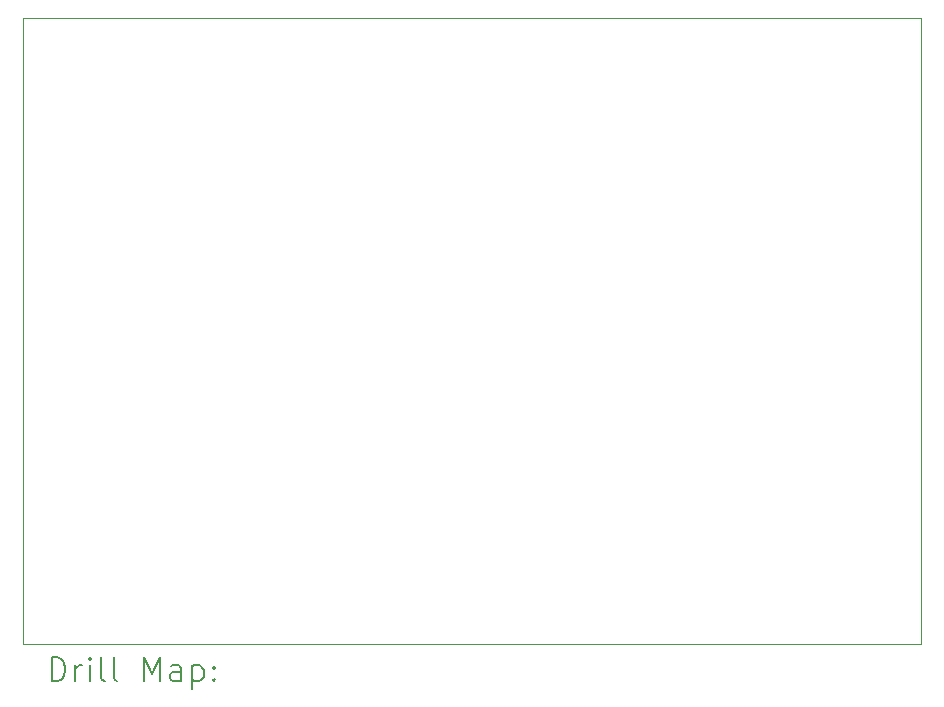
<source format=gbr>
%TF.GenerationSoftware,KiCad,Pcbnew,7.0.2*%
%TF.CreationDate,2023-05-01T19:46:33-04:00*%
%TF.ProjectId,esp32cam,65737033-3263-4616-9d2e-6b696361645f,rev?*%
%TF.SameCoordinates,Original*%
%TF.FileFunction,Drillmap*%
%TF.FilePolarity,Positive*%
%FSLAX45Y45*%
G04 Gerber Fmt 4.5, Leading zero omitted, Abs format (unit mm)*
G04 Created by KiCad (PCBNEW 7.0.2) date 2023-05-01 19:46:33*
%MOMM*%
%LPD*%
G01*
G04 APERTURE LIST*
%ADD10C,0.100000*%
%ADD11C,0.200000*%
G04 APERTURE END LIST*
D10*
X8641000Y-4335000D02*
X16241000Y-4335000D01*
X16241000Y-9635000D01*
X8641000Y-9635000D01*
X8641000Y-4335000D01*
D11*
X8883619Y-9952524D02*
X8883619Y-9752524D01*
X8883619Y-9752524D02*
X8931238Y-9752524D01*
X8931238Y-9752524D02*
X8959810Y-9762048D01*
X8959810Y-9762048D02*
X8978857Y-9781095D01*
X8978857Y-9781095D02*
X8988381Y-9800143D01*
X8988381Y-9800143D02*
X8997905Y-9838238D01*
X8997905Y-9838238D02*
X8997905Y-9866810D01*
X8997905Y-9866810D02*
X8988381Y-9904905D01*
X8988381Y-9904905D02*
X8978857Y-9923952D01*
X8978857Y-9923952D02*
X8959810Y-9943000D01*
X8959810Y-9943000D02*
X8931238Y-9952524D01*
X8931238Y-9952524D02*
X8883619Y-9952524D01*
X9083619Y-9952524D02*
X9083619Y-9819190D01*
X9083619Y-9857286D02*
X9093143Y-9838238D01*
X9093143Y-9838238D02*
X9102667Y-9828714D01*
X9102667Y-9828714D02*
X9121714Y-9819190D01*
X9121714Y-9819190D02*
X9140762Y-9819190D01*
X9207429Y-9952524D02*
X9207429Y-9819190D01*
X9207429Y-9752524D02*
X9197905Y-9762048D01*
X9197905Y-9762048D02*
X9207429Y-9771571D01*
X9207429Y-9771571D02*
X9216952Y-9762048D01*
X9216952Y-9762048D02*
X9207429Y-9752524D01*
X9207429Y-9752524D02*
X9207429Y-9771571D01*
X9331238Y-9952524D02*
X9312190Y-9943000D01*
X9312190Y-9943000D02*
X9302667Y-9923952D01*
X9302667Y-9923952D02*
X9302667Y-9752524D01*
X9436000Y-9952524D02*
X9416952Y-9943000D01*
X9416952Y-9943000D02*
X9407429Y-9923952D01*
X9407429Y-9923952D02*
X9407429Y-9752524D01*
X9664571Y-9952524D02*
X9664571Y-9752524D01*
X9664571Y-9752524D02*
X9731238Y-9895381D01*
X9731238Y-9895381D02*
X9797905Y-9752524D01*
X9797905Y-9752524D02*
X9797905Y-9952524D01*
X9978857Y-9952524D02*
X9978857Y-9847762D01*
X9978857Y-9847762D02*
X9969333Y-9828714D01*
X9969333Y-9828714D02*
X9950286Y-9819190D01*
X9950286Y-9819190D02*
X9912190Y-9819190D01*
X9912190Y-9819190D02*
X9893143Y-9828714D01*
X9978857Y-9943000D02*
X9959810Y-9952524D01*
X9959810Y-9952524D02*
X9912190Y-9952524D01*
X9912190Y-9952524D02*
X9893143Y-9943000D01*
X9893143Y-9943000D02*
X9883619Y-9923952D01*
X9883619Y-9923952D02*
X9883619Y-9904905D01*
X9883619Y-9904905D02*
X9893143Y-9885857D01*
X9893143Y-9885857D02*
X9912190Y-9876333D01*
X9912190Y-9876333D02*
X9959810Y-9876333D01*
X9959810Y-9876333D02*
X9978857Y-9866810D01*
X10074095Y-9819190D02*
X10074095Y-10019190D01*
X10074095Y-9828714D02*
X10093143Y-9819190D01*
X10093143Y-9819190D02*
X10131238Y-9819190D01*
X10131238Y-9819190D02*
X10150286Y-9828714D01*
X10150286Y-9828714D02*
X10159810Y-9838238D01*
X10159810Y-9838238D02*
X10169333Y-9857286D01*
X10169333Y-9857286D02*
X10169333Y-9914429D01*
X10169333Y-9914429D02*
X10159810Y-9933476D01*
X10159810Y-9933476D02*
X10150286Y-9943000D01*
X10150286Y-9943000D02*
X10131238Y-9952524D01*
X10131238Y-9952524D02*
X10093143Y-9952524D01*
X10093143Y-9952524D02*
X10074095Y-9943000D01*
X10255048Y-9933476D02*
X10264571Y-9943000D01*
X10264571Y-9943000D02*
X10255048Y-9952524D01*
X10255048Y-9952524D02*
X10245524Y-9943000D01*
X10245524Y-9943000D02*
X10255048Y-9933476D01*
X10255048Y-9933476D02*
X10255048Y-9952524D01*
X10255048Y-9828714D02*
X10264571Y-9838238D01*
X10264571Y-9838238D02*
X10255048Y-9847762D01*
X10255048Y-9847762D02*
X10245524Y-9838238D01*
X10245524Y-9838238D02*
X10255048Y-9828714D01*
X10255048Y-9828714D02*
X10255048Y-9847762D01*
M02*

</source>
